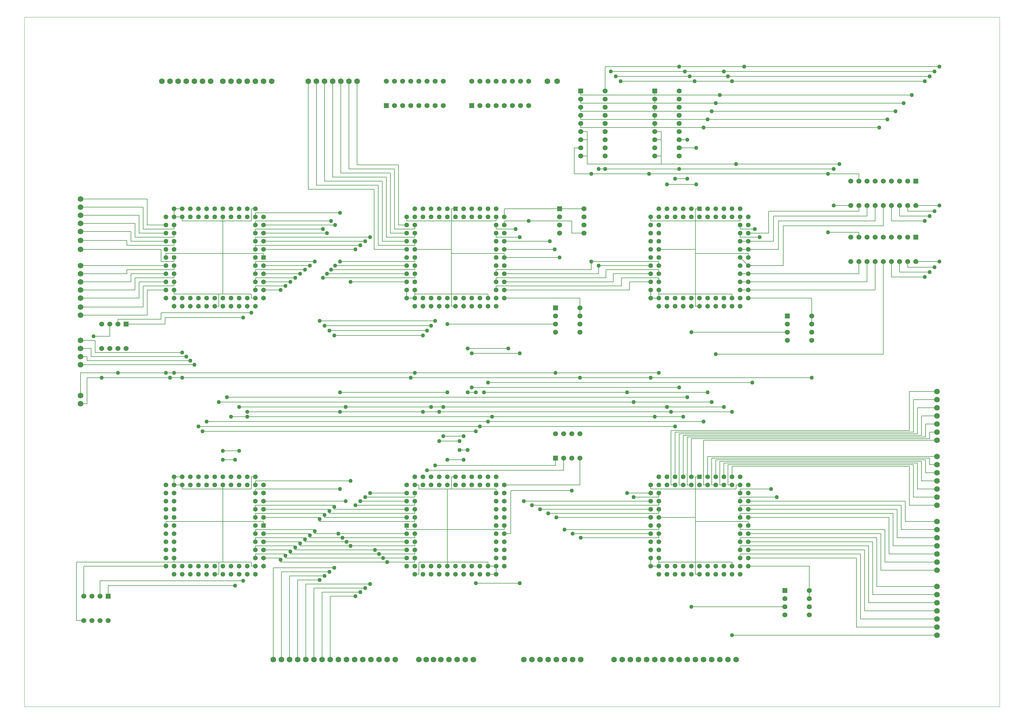
<source format=gbl>
*%FSLAX23Y23*%
*%MOIN*%
G01*
%ADD11C,0.040*%
%ADD12C,0.005*%
%ADD13C,0.058*%
%ADD14C,0.010*%
%ADD15C,0.008*%
%ADD16C,0.050*%
%ADD17C,0.070*%
%ADD18C,0.062*%
%ADD19C,0.020*%
%ADD20C,0.001*%
%ADD21R,0.058X0.058*%
%ADD22R,0.062X0.062*%
D13*
X2040Y25040D03*
X1940Y25040D03*
X1940Y25140D03*
X1840Y25140D03*
X1840Y25240D03*
X1840Y25340D03*
X1840Y25440D03*
X1940Y25440D03*
X1940Y25340D03*
X1940Y25240D03*
X2040Y25140D03*
X2140Y25140D03*
X2140Y25040D03*
X2240Y25040D03*
X2340Y25040D03*
X2440Y25040D03*
X2440Y25140D03*
X2340Y25140D03*
X2240Y25140D03*
X2540Y25140D03*
X2540Y25040D03*
X2640Y25040D03*
X2740Y25040D03*
X2840Y25040D03*
X2940Y25040D03*
X2940Y25140D03*
X2940Y25240D03*
X2940Y25340D03*
X2940Y25440D03*
X2940Y25540D03*
X2940Y25640D03*
X2940Y25740D03*
X2940Y25840D03*
X2940Y25940D03*
X2940Y26040D03*
X2940Y26140D03*
X2940Y26240D03*
X2840Y26240D03*
X2740Y26240D03*
X2640Y26240D03*
X2540Y26240D03*
X2440Y26240D03*
X2340Y26240D03*
X2240Y26240D03*
X2140Y26240D03*
X2040Y26240D03*
X1940Y26240D03*
X1940Y26140D03*
X1840Y26140D03*
X1840Y26040D03*
X1840Y25940D03*
X1840Y25840D03*
X1840Y25740D03*
X1840Y25640D03*
X1840Y25540D03*
X1940Y25540D03*
X1940Y25640D03*
X1940Y25740D03*
X1940Y25840D03*
X1940Y25940D03*
X1940Y26040D03*
X2040Y26140D03*
X2140Y26140D03*
X2240Y26140D03*
X2340Y26140D03*
X2440Y26140D03*
X2540Y26140D03*
X2640Y26140D03*
X2740Y26140D03*
X2840Y26140D03*
X3040Y26140D03*
X3040Y26040D03*
X3040Y25940D03*
X3040Y25840D03*
X3040Y25740D03*
X3040Y25540D03*
X3040Y25440D03*
X3040Y25340D03*
X3040Y25240D03*
X3040Y25140D03*
X2840Y25140D03*
X2740Y25140D03*
X2640Y25140D03*
X4800Y25140D03*
X4800Y25240D03*
X4800Y25340D03*
X4800Y25440D03*
X4900Y25440D03*
X4900Y25340D03*
X4900Y25240D03*
X4900Y25140D03*
X4900Y25040D03*
X5000Y25040D03*
X5100Y25040D03*
X5200Y25040D03*
X5300Y25040D03*
X5400Y25040D03*
X5400Y25140D03*
X5300Y25140D03*
X5200Y25140D03*
X5100Y25140D03*
X5000Y25140D03*
X4900Y25540D03*
X4800Y25540D03*
X4900Y25640D03*
X4900Y25740D03*
X4800Y25740D03*
X4800Y25840D03*
X4800Y25940D03*
X4900Y25940D03*
X4900Y25840D03*
X4900Y26040D03*
X4800Y26040D03*
X4800Y26140D03*
X4900Y26140D03*
X4900Y26240D03*
X5000Y26240D03*
X5100Y26240D03*
X5200Y26240D03*
X5300Y26240D03*
X5400Y26240D03*
X5400Y26140D03*
X5300Y26140D03*
X5200Y26140D03*
X5100Y26140D03*
X5000Y26140D03*
X5500Y26140D03*
X5500Y26240D03*
X5600Y26240D03*
X5700Y26240D03*
X5800Y26240D03*
X5900Y26240D03*
X5900Y26140D03*
X5800Y26140D03*
X5700Y26140D03*
X5600Y26140D03*
X5900Y26040D03*
X5900Y25940D03*
X5900Y25840D03*
X5900Y25740D03*
X5900Y25640D03*
X5900Y25540D03*
X5900Y25440D03*
X5900Y25340D03*
X5900Y25240D03*
X5900Y25140D03*
X5900Y25040D03*
X5800Y25040D03*
X5700Y25040D03*
X5600Y25040D03*
X5500Y25040D03*
X5500Y25140D03*
X5600Y25140D03*
X5700Y25140D03*
X5800Y25140D03*
X6000Y25140D03*
X6000Y25240D03*
X6000Y25340D03*
X6000Y25440D03*
X6000Y25540D03*
X6000Y25640D03*
X6000Y25740D03*
X6000Y25840D03*
X6000Y25940D03*
X6000Y26040D03*
X6000Y26140D03*
X7800Y26140D03*
X7800Y26040D03*
X7800Y25940D03*
X7800Y25840D03*
X7800Y25740D03*
X7800Y25640D03*
X7800Y25540D03*
X7800Y25440D03*
X7800Y25340D03*
X7800Y25240D03*
X7800Y25140D03*
X7900Y25140D03*
X7900Y25040D03*
X8000Y25040D03*
X8100Y25040D03*
X8200Y25040D03*
X8300Y25040D03*
X8400Y25040D03*
X8400Y25140D03*
X8300Y25140D03*
X8200Y25140D03*
X8100Y25140D03*
X8000Y25140D03*
X7900Y25240D03*
X7900Y25340D03*
X7900Y25440D03*
X7900Y25540D03*
X7900Y25640D03*
X7900Y25740D03*
X7900Y25840D03*
X7900Y25940D03*
X7900Y26040D03*
X7900Y26140D03*
X7900Y26240D03*
X8000Y26240D03*
X8100Y26240D03*
X8200Y26240D03*
X8300Y26240D03*
X8300Y26140D03*
X8400Y26140D03*
X8500Y26140D03*
X8500Y26240D03*
X8600Y26240D03*
X8700Y26240D03*
X8800Y26240D03*
X8900Y26240D03*
X8900Y26140D03*
X8800Y26140D03*
X8700Y26140D03*
X8600Y26140D03*
X8900Y26040D03*
X8900Y25940D03*
X8900Y25840D03*
X8900Y25740D03*
X8900Y25640D03*
X8900Y25540D03*
X9000Y25540D03*
X9000Y25440D03*
X8900Y25440D03*
X8900Y25340D03*
X8900Y25240D03*
X8900Y25140D03*
X8900Y25040D03*
X8800Y25040D03*
X8700Y25040D03*
X8600Y25040D03*
X8500Y25040D03*
X8500Y25140D03*
X8600Y25140D03*
X8700Y25140D03*
X8800Y25140D03*
X9000Y25140D03*
X9000Y25240D03*
X9000Y25340D03*
X9000Y25640D03*
X9000Y25740D03*
X9000Y25840D03*
X9000Y25940D03*
X9000Y26040D03*
X9000Y26140D03*
X8200Y26140D03*
X8100Y26140D03*
X8000Y26140D03*
X9000Y28440D03*
X8900Y28440D03*
X8900Y28340D03*
X8800Y28340D03*
X8700Y28340D03*
X8600Y28340D03*
X8500Y28340D03*
X8400Y28340D03*
X8300Y28340D03*
X8200Y28340D03*
X8100Y28340D03*
X8000Y28340D03*
X7900Y28340D03*
X7900Y28440D03*
X7800Y28440D03*
X7800Y28540D03*
X7800Y28640D03*
X7800Y28740D03*
X7800Y28840D03*
X7800Y28940D03*
X7900Y28940D03*
X7900Y28840D03*
X7900Y28740D03*
X7900Y28640D03*
X7900Y28540D03*
X7900Y29040D03*
X7800Y29040D03*
X7800Y29140D03*
X7800Y29240D03*
X7800Y29340D03*
X7800Y29440D03*
X7900Y29440D03*
X7900Y29340D03*
X7900Y29240D03*
X7900Y29140D03*
X8000Y29440D03*
X8100Y29440D03*
X8200Y29440D03*
X8300Y29440D03*
X8400Y29440D03*
X8500Y29440D03*
X8600Y29440D03*
X8700Y29440D03*
X8800Y29440D03*
X8900Y29440D03*
X8900Y29340D03*
X8900Y29240D03*
X8900Y29140D03*
X8900Y29040D03*
X9000Y29040D03*
X9000Y28940D03*
X8900Y28940D03*
X8900Y28840D03*
X8900Y28740D03*
X8900Y28640D03*
X8900Y28540D03*
X9000Y28540D03*
X9000Y28640D03*
X9000Y28740D03*
X9000Y28840D03*
X8800Y28440D03*
X8700Y28440D03*
X8600Y28440D03*
X8500Y28440D03*
X8400Y28440D03*
X8300Y28440D03*
X8200Y28440D03*
X8100Y28440D03*
X8000Y28440D03*
X9000Y29140D03*
X9000Y29240D03*
X9000Y29340D03*
X9000Y29440D03*
X8900Y29540D03*
X8800Y29540D03*
X8700Y29540D03*
X8600Y29540D03*
X8500Y29540D03*
X8300Y29540D03*
X8200Y29540D03*
X8100Y29540D03*
X8000Y29540D03*
X7900Y29540D03*
X6000Y29440D03*
X5900Y29440D03*
X5800Y29440D03*
X5700Y29440D03*
X5600Y29440D03*
X5500Y29440D03*
X5400Y29440D03*
X5300Y29440D03*
X5200Y29440D03*
X5100Y29440D03*
X5000Y29440D03*
X4900Y29440D03*
X4800Y29440D03*
X4800Y29340D03*
X4800Y29240D03*
X4800Y29140D03*
X4800Y29040D03*
X4800Y28940D03*
X4800Y28840D03*
X4800Y28740D03*
X4800Y28640D03*
X4800Y28540D03*
X4800Y28440D03*
X4900Y28440D03*
X4900Y28340D03*
X5000Y28340D03*
X5100Y28340D03*
X5200Y28340D03*
X5300Y28340D03*
X5400Y28340D03*
X5400Y28440D03*
X5300Y28440D03*
X5200Y28440D03*
X5100Y28440D03*
X5000Y28440D03*
X4900Y28540D03*
X4900Y28640D03*
X4900Y28740D03*
X4900Y28840D03*
X4900Y28940D03*
X4900Y29040D03*
X4900Y29140D03*
X4900Y29240D03*
X4900Y29340D03*
X4900Y29540D03*
X5000Y29540D03*
X5100Y29540D03*
X5200Y29540D03*
X5300Y29540D03*
X5500Y29540D03*
X5600Y29540D03*
X5700Y29540D03*
X5800Y29540D03*
X5900Y29540D03*
X5900Y29340D03*
X5900Y29240D03*
X5900Y29140D03*
X5900Y29040D03*
X5900Y28940D03*
X5900Y28840D03*
X5900Y28740D03*
X5900Y28640D03*
X5900Y28540D03*
X5900Y28440D03*
X5900Y28340D03*
X5800Y28340D03*
X5700Y28340D03*
X5600Y28340D03*
X5500Y28340D03*
X5500Y28440D03*
X5600Y28440D03*
X5700Y28440D03*
X5800Y28440D03*
X6000Y28440D03*
X6000Y28540D03*
X6000Y28640D03*
X6000Y28740D03*
X6000Y28840D03*
X6000Y28940D03*
X6000Y29040D03*
X6000Y29140D03*
X6000Y29240D03*
X6000Y29340D03*
X3040Y29340D03*
X2940Y29340D03*
X2940Y29440D03*
X2840Y29440D03*
X2740Y29440D03*
X2640Y29440D03*
X2540Y29440D03*
X2440Y29440D03*
X2340Y29440D03*
X2240Y29440D03*
X2140Y29440D03*
X2040Y29440D03*
X1940Y29440D03*
X1840Y29440D03*
X1840Y29340D03*
X1840Y29240D03*
X1840Y29140D03*
X1840Y29040D03*
X1840Y28940D03*
X1840Y28840D03*
X1840Y28740D03*
X1840Y28640D03*
X1840Y28540D03*
X1840Y28440D03*
X1940Y28440D03*
X1940Y28340D03*
X2040Y28340D03*
X2140Y28340D03*
X2240Y28340D03*
X2340Y28340D03*
X2440Y28340D03*
X2440Y28440D03*
X2340Y28440D03*
X2240Y28440D03*
X2140Y28440D03*
X2040Y28440D03*
X1940Y28540D03*
X1940Y28640D03*
X1940Y28740D03*
X1940Y28840D03*
X1940Y28940D03*
X1940Y29040D03*
X1940Y29140D03*
X1940Y29240D03*
X1940Y29340D03*
X1940Y29540D03*
X2040Y29540D03*
X2140Y29540D03*
X2240Y29540D03*
X2340Y29540D03*
X2440Y29540D03*
X2540Y29540D03*
X2640Y29540D03*
X2740Y29540D03*
X2840Y29540D03*
X2940Y29540D03*
X3040Y29440D03*
X3040Y29240D03*
X2940Y29240D03*
X2940Y29140D03*
X2940Y29040D03*
X2940Y28940D03*
X2940Y28840D03*
X2940Y28740D03*
X2940Y28640D03*
X2940Y28540D03*
X2940Y28440D03*
X2940Y28340D03*
X2840Y28340D03*
X2740Y28340D03*
X2640Y28340D03*
X2540Y28340D03*
X2540Y28440D03*
X2640Y28440D03*
X2740Y28440D03*
X2840Y28440D03*
X3040Y28440D03*
X3040Y28540D03*
X3040Y28640D03*
X3040Y28740D03*
X3040Y28840D03*
X3040Y29040D03*
X3040Y29140D03*
D15*
X3040Y29140D01*
X4290Y29140D01*
X4350Y29190D02*
X4350Y29190D01*
X2940Y29190D01*
X2940Y29190D02*
X2940Y29190D01*
X2940Y29140D01*
X2940Y29090D02*
X2940Y29090D01*
X4230Y29090D01*
X4170Y29040D02*
X4170Y29040D01*
X3040Y29040D01*
X3040Y28990D02*
X3040Y28990D01*
X3040Y28940D01*
X3040Y28990D02*
X3040Y28990D01*
X1840Y28990D01*
X1840Y28990D02*
X1840Y28990D01*
X1840Y28940D01*
X1780Y28890D02*
X1780Y28890D01*
X1780Y29040D01*
X1780Y29040D02*
X1780Y29040D01*
X790Y29040D01*
X790Y29150D02*
X790Y29150D01*
X1360Y29150D01*
X1360Y29150D02*
X1360Y29150D01*
X1360Y29090D01*
X1360Y29090D02*
X1360Y29090D01*
X1940Y29090D01*
X1940Y29090D02*
X1940Y29090D01*
X1940Y29140D01*
X1940Y29190D02*
X1940Y29190D01*
X1460Y29190D01*
X1460Y29190D02*
X1460Y29190D01*
X1460Y29360D01*
X1460Y29360D02*
X1460Y29360D01*
X790Y29360D01*
X790Y29460D02*
X790Y29460D01*
X1510Y29460D01*
X1510Y29460D02*
X1510Y29460D01*
X1510Y29240D01*
X1510Y29240D02*
X1510Y29240D01*
X1840Y29240D01*
X1840Y29140D02*
X1840Y29140D01*
X1410Y29140D01*
X1410Y29140D02*
X1410Y29140D01*
X1410Y29260D01*
X1410Y29260D02*
X1410Y29260D01*
X790Y29260D01*
X790Y29560D02*
X790Y29560D01*
X1560Y29560D01*
X1560Y29560D02*
X1560Y29560D01*
X1560Y29290D01*
X1560Y29290D02*
X1560Y29290D01*
X1940Y29290D01*
X1940Y29290D02*
X1940Y29290D01*
X1940Y29340D01*
X1840Y29340D02*
X1840Y29340D01*
X1610Y29340D01*
X1610Y29340D02*
X1610Y29340D01*
X1610Y29660D01*
X1610Y29660D02*
X1610Y29660D01*
X790Y29660D01*
X1940Y29540D02*
X1940Y29540D01*
X2040Y29540D01*
X1940Y29540D02*
X1940Y29540D01*
X1940Y29440D01*
X1940Y29440D02*
X1940Y29440D01*
X2040Y29440D01*
X2040Y29440D02*
X2040Y29440D01*
X2040Y29390D01*
X2040Y29390D02*
X2040Y29390D01*
X2890Y29390D01*
X2890Y29390D02*
X2890Y29390D01*
X2890Y29540D01*
X2890Y29540D02*
X2890Y29540D01*
X2940Y29540D01*
X2940Y29490D02*
X2940Y29490D01*
X3980Y29490D01*
X3870Y29390D02*
X3870Y29390D01*
X2940Y29390D01*
X2940Y29390D02*
X2940Y29390D01*
X2940Y29340D01*
X2940Y29290D02*
X2940Y29290D01*
X3770Y29290D01*
X3820Y29240D02*
X3820Y29240D01*
X3040Y29240D01*
X2940Y29240D02*
X2940Y29240D01*
X2940Y29290D01*
X3040Y29340D02*
X3040Y29340D01*
X3920Y29340D01*
X3980Y28890D02*
X3980Y28890D01*
X4900Y28890D01*
X4900Y28890D02*
X4900Y28890D01*
X4900Y28940D01*
X4900Y28840D02*
X4900Y28840D01*
X4900Y28790D01*
X4900Y28790D02*
X4900Y28790D01*
X3870Y28790D01*
X3820Y28740D02*
X3820Y28740D01*
X4800Y28740D01*
X4800Y28640D02*
X4800Y28640D01*
X4110Y28640D01*
X3920Y28840D02*
X3920Y28840D01*
X4800Y28840D01*
X4900Y28740D02*
X4900Y28740D01*
X4900Y28690D01*
X4900Y28690D02*
X4900Y28690D01*
X3770Y28690D01*
X3610Y28840D02*
X3610Y28840D01*
X3040Y28840D01*
X2940Y28840D02*
X2940Y28840D01*
X2940Y28890D01*
X2940Y28890D02*
X2940Y28890D01*
X3670Y28890D01*
X3550Y28790D02*
X3550Y28790D01*
X2940Y28790D01*
X2940Y28790D02*
X2940Y28790D01*
X2940Y28740D01*
X2940Y28690D02*
X2940Y28690D01*
X2940Y28640D01*
X2940Y28590D02*
X2940Y28590D01*
X3310Y28590D01*
X3250Y28540D02*
X3250Y28540D01*
X3040Y28540D01*
X2940Y28540D02*
X2940Y28540D01*
X2940Y28590D01*
X2940Y28690D02*
X2940Y28690D01*
X3430Y28690D01*
X3370Y28640D02*
X3370Y28640D01*
X3040Y28640D01*
X3040Y28740D02*
X3040Y28740D01*
X3490Y28740D01*
X2940Y28440D02*
X2940Y28440D01*
X2890Y28440D01*
X2890Y28440D02*
X2890Y28440D01*
X2890Y28490D01*
X2890Y28490D02*
X2890Y28490D01*
X2490Y28490D01*
X2490Y28490D02*
X2490Y28490D01*
X1940Y28490D01*
X1940Y28490D02*
X1940Y28490D01*
X1940Y28540D01*
X1940Y28590D02*
X1940Y28590D01*
X1940Y28640D01*
X1940Y28690D02*
X1940Y28690D01*
X1460Y28690D01*
X1460Y28690D02*
X1460Y28690D01*
X1460Y28540D01*
X1460Y28540D02*
X1460Y28540D01*
X790Y28540D01*
X790Y28440D02*
X790Y28440D01*
X1510Y28440D01*
X1510Y28440D02*
X1510Y28440D01*
X1510Y28640D01*
X1510Y28640D02*
X1510Y28640D01*
X1840Y28640D01*
X1840Y28740D02*
X1840Y28740D01*
X1410Y28740D01*
X1410Y28740D02*
X1410Y28740D01*
X1410Y28640D01*
X1410Y28640D02*
X1410Y28640D01*
X790Y28640D01*
X790Y28740D02*
X790Y28740D01*
X1360Y28740D01*
X1360Y28740D02*
X1360Y28740D01*
X1360Y28790D01*
X1360Y28790D02*
X1360Y28790D01*
X1940Y28790D01*
X1940Y28790D02*
X1940Y28790D01*
X1940Y28840D01*
X1940Y28890D02*
X1940Y28890D01*
X1940Y28940D01*
X1940Y28890D02*
X1940Y28890D01*
X1780Y28890D01*
X1840Y28840D02*
X1840Y28840D01*
X790Y28840D01*
X790Y28330D02*
X790Y28330D01*
X1560Y28330D01*
X1560Y28330D02*
X1560Y28330D01*
X1560Y28590D01*
X1560Y28590D02*
X1560Y28590D01*
X1940Y28590D01*
X1940Y28690D02*
X1940Y28690D01*
X1940Y28740D01*
X1840Y28540D02*
X1840Y28540D01*
X1610Y28540D01*
X1610Y28540D02*
X1610Y28540D01*
X1610Y28230D01*
X1610Y28230D02*
X1610Y28230D01*
X790Y28230D01*
X950Y27970D02*
X950Y27970D01*
X1150Y27970D01*
X1150Y27970D02*
X1150Y27970D01*
X1150Y28120D01*
X1250Y28120D02*
X1250Y28120D01*
X1250Y28180D01*
X1250Y28180D02*
X1250Y28180D01*
X1780Y28180D01*
X1780Y28180D02*
X1780Y28180D01*
X1780Y28260D01*
X1780Y28260D02*
X1780Y28260D01*
X2890Y28260D01*
X2790Y28200D02*
X2790Y28200D01*
X1830Y28200D01*
X1830Y28200D02*
X1830Y28200D01*
X1830Y28120D01*
X1830Y28120D02*
X1830Y28120D01*
X1350Y28120D01*
X970Y27920D02*
X970Y27920D01*
X790Y27920D01*
X790Y27820D02*
X790Y27820D01*
X920Y27820D01*
X920Y27820D02*
X920Y27820D01*
X920Y27720D01*
X920Y27720D02*
X920Y27720D01*
X2090Y27720D01*
X2140Y27670D02*
X2140Y27670D01*
X870Y27670D01*
X870Y27670D02*
X870Y27670D01*
X870Y27720D01*
X870Y27720D02*
X870Y27720D01*
X790Y27720D01*
X790Y27620D02*
X790Y27620D01*
X2190Y27620D01*
X2040Y27770D02*
X2040Y27770D01*
X970Y27770D01*
X970Y27770D02*
X970Y27770D01*
X970Y27920D01*
X790Y27520D02*
X790Y27520D01*
X790Y27240D01*
X790Y27140D02*
X790Y27140D01*
X870Y27140D01*
X870Y27140D02*
X870Y27140D01*
X870Y27460D01*
X870Y27460D02*
X870Y27460D01*
X2940Y27460D01*
X2940Y27460D02*
X2940Y27460D01*
X7800Y27460D01*
X7800Y27460D02*
X7800Y27460D01*
X9780Y27460D01*
X9050Y27400D02*
X9050Y27400D01*
X5800Y27400D01*
X5750Y27280D02*
X5750Y27280D01*
X8500Y27280D01*
X8550Y27160D02*
X8550Y27160D01*
X2490Y27160D01*
X2590Y27220D02*
X2590Y27220D01*
X8250Y27220D01*
X8150Y27340D02*
X8150Y27340D01*
X5600Y27340D01*
X5550Y27280D02*
X5550Y27280D01*
X5650Y27280D01*
X5300Y27280D02*
X5300Y27280D01*
X3980Y27280D01*
X3910Y27980D02*
X3910Y27980D01*
X5000Y27980D01*
X5050Y28040D02*
X5050Y28040D01*
X3850Y28040D01*
X3790Y28100D02*
X3790Y28100D01*
X5100Y28100D01*
X5150Y28160D02*
X5150Y28160D01*
X3730Y28160D01*
X4400Y29040D02*
X4400Y29040D01*
X4800Y29040D01*
X4900Y29040D02*
X4900Y29040D01*
X5350Y29040D01*
X5350Y28990D02*
X5350Y28990D01*
X6000Y28990D01*
X6000Y28990D02*
X6000Y28990D01*
X6000Y28940D01*
X6000Y28940D02*
X6000Y28940D01*
X6680Y28940D01*
X6620Y29040D02*
X6620Y29040D01*
X6000Y29040D01*
X6000Y29140D02*
X6000Y29140D01*
X6560Y29140D01*
X6830Y29240D02*
X6830Y29240D01*
X6980Y29240D01*
X6830Y29240D02*
X6830Y29240D01*
X6830Y29390D01*
X6830Y29390D02*
X6830Y29390D01*
X6300Y29390D01*
X6300Y29390D02*
X6300Y29390D01*
X6000Y29390D01*
X6000Y29390D02*
X6000Y29390D01*
X6000Y29340D01*
X5900Y29340D02*
X5900Y29340D01*
X5900Y29290D01*
X5900Y29290D02*
X5900Y29290D01*
X6140Y29290D01*
X6190Y29190D02*
X6190Y29190D01*
X5900Y29190D01*
X5900Y29190D02*
X5900Y29190D01*
X5900Y29240D01*
X5900Y29390D02*
X5900Y29390D01*
X4800Y29390D01*
X4800Y29390D02*
X4800Y29390D01*
X4800Y29440D01*
X4800Y29340D02*
X4800Y29340D01*
X4700Y29340D01*
X4700Y29340D02*
X4700Y29340D01*
X4700Y30080D01*
X4700Y30080D02*
X4700Y30080D01*
X4190Y30080D01*
X4190Y30080D02*
X4190Y30080D01*
X4190Y31110D01*
X4090Y31110D02*
X4090Y31110D01*
X4090Y30030D01*
X4090Y30030D02*
X4090Y30030D01*
X4650Y30030D01*
X4650Y30030D02*
X4650Y30030D01*
X4650Y29290D01*
X4650Y29290D02*
X4650Y29290D01*
X4900Y29290D01*
X4900Y29290D02*
X4900Y29290D01*
X4900Y29340D01*
X4900Y29240D02*
X4900Y29240D01*
X4900Y29190D01*
X4900Y29190D02*
X4900Y29190D01*
X4550Y29190D01*
X4550Y29190D02*
X4550Y29190D01*
X4550Y29930D01*
X4550Y29930D02*
X4550Y29930D01*
X3890Y29930D01*
X3890Y29930D02*
X3890Y29930D01*
X3890Y31110D01*
X3990Y31110D02*
X3990Y31110D01*
X3990Y29980D01*
X3990Y29980D02*
X3990Y29980D01*
X4600Y29980D01*
X4600Y29980D02*
X4600Y29980D01*
X4600Y29240D01*
X4600Y29240D02*
X4600Y29240D01*
X4800Y29240D01*
X4800Y29140D02*
X4800Y29140D01*
X4500Y29140D01*
X4500Y29140D02*
X4500Y29140D01*
X4500Y29880D01*
X4500Y29880D02*
X4500Y29880D01*
X3790Y29880D01*
X3790Y29880D02*
X3790Y29880D01*
X3790Y31110D01*
X3690Y31110D02*
X3690Y31110D01*
X3690Y29830D01*
X3690Y29830D02*
X3690Y29830D01*
X4450Y29830D01*
X4450Y29830D02*
X4450Y29830D01*
X4450Y29090D01*
X4450Y29090D02*
X4450Y29090D01*
X4900Y29090D01*
X4900Y29090D02*
X4900Y29090D01*
X4900Y29140D01*
X4400Y29040D02*
X4400Y29040D01*
X4400Y29780D01*
X4400Y29780D02*
X4400Y29780D01*
X3590Y29780D01*
X3590Y29780D02*
X3590Y29780D01*
X3590Y31110D01*
X5350Y29540D02*
X5350Y29540D01*
X5350Y28340D01*
X5350Y28340D02*
X5350Y28340D01*
X5400Y28340D01*
X5300Y28120D02*
X5300Y28120D01*
X6630Y28120D01*
X6930Y28220D02*
X6930Y28220D01*
X6930Y28440D01*
X6930Y28440D02*
X6930Y28440D01*
X6000Y28440D01*
X6000Y28540D02*
X6000Y28540D01*
X7540Y28540D01*
X7540Y28540D02*
X7540Y28540D01*
X7540Y28640D01*
X7540Y28640D02*
X7540Y28640D01*
X7800Y28640D01*
X7800Y28740D02*
X7800Y28740D01*
X7340Y28740D01*
X7340Y28740D02*
X7340Y28740D01*
X7340Y28640D01*
X7340Y28640D02*
X7340Y28640D01*
X6000Y28640D01*
X5900Y28640D02*
X5900Y28640D01*
X5900Y28690D01*
X5900Y28690D02*
X5900Y28690D01*
X7250Y28690D01*
X7250Y28690D02*
X7250Y28690D01*
X7250Y28790D01*
X7250Y28790D02*
X7250Y28790D01*
X7900Y28790D01*
X7900Y28790D02*
X7900Y28790D01*
X7900Y28740D01*
X7900Y28690D02*
X7900Y28690D01*
X7440Y28690D01*
X7440Y28690D02*
X7440Y28690D01*
X7440Y28590D01*
X7440Y28590D02*
X7440Y28590D01*
X5900Y28590D01*
X5900Y28590D02*
X5900Y28590D01*
X5900Y28540D01*
X5800Y28490D02*
X5800Y28490D01*
X4900Y28490D01*
X4900Y28490D02*
X4900Y28490D01*
X4900Y28540D01*
X4900Y28490D02*
X4900Y28490D01*
X4900Y28440D01*
X4900Y28440D02*
X4900Y28440D01*
X4800Y28440D01*
X4800Y28440D02*
X4800Y28440D01*
X4800Y28540D01*
X5350Y29540D02*
X5350Y29540D01*
X5400Y29540D01*
X5900Y29440D02*
X5900Y29440D01*
X5900Y29390D01*
X6000Y29440D02*
X6000Y29440D01*
X6000Y29540D01*
X6000Y29540D02*
X6000Y29540D01*
X6980Y29540D01*
X6860Y29970D02*
X6860Y29970D01*
X9980Y29970D01*
X9980Y29970D02*
X9980Y29970D01*
X10360Y29970D01*
X10360Y29970D02*
X10360Y29970D01*
X10360Y29880D01*
X10360Y29580D02*
X10360Y29580D01*
X10360Y29510D01*
X10360Y29510D02*
X10360Y29510D01*
X9250Y29510D01*
X9250Y29510D02*
X9250Y29510D01*
X9250Y29240D01*
X9250Y29240D02*
X9250Y29240D01*
X9000Y29240D01*
X9080Y29290D02*
X9080Y29290D01*
X8900Y29290D01*
X8900Y29290D02*
X8900Y29290D01*
X8900Y29340D01*
X8900Y29390D02*
X8900Y29390D01*
X7800Y29390D01*
X7800Y29390D02*
X7800Y29390D01*
X7800Y29440D01*
X7900Y29040D02*
X7900Y29040D01*
X8350Y29040D01*
X8350Y28990D02*
X8350Y28990D01*
X9000Y28990D01*
X9000Y28990D02*
X9000Y28990D01*
X9000Y28940D01*
X8900Y28940D02*
X8900Y28940D01*
X9000Y28840D01*
X9000Y28840D02*
X9000Y28840D01*
X9430Y28840D01*
X9430Y28840D02*
X9430Y28840D01*
X9430Y29330D01*
X9430Y29330D02*
X9430Y29330D01*
X10660Y29330D01*
X10660Y29330D02*
X10660Y29330D01*
X10660Y29580D01*
X10760Y29580D02*
X10760Y29580D01*
X10760Y29390D01*
X10760Y29390D02*
X10760Y29390D01*
X11170Y29390D01*
X11230Y29450D02*
X11230Y29450D01*
X10860Y29450D01*
X10860Y29450D02*
X10860Y29450D01*
X10860Y29580D01*
X10960Y29580D02*
X10960Y29580D01*
X10960Y29510D01*
X10960Y29510D02*
X10960Y29510D01*
X11290Y29510D01*
X11350Y29580D02*
X11350Y29580D01*
X11060Y29580D01*
X10560Y29580D02*
X10560Y29580D01*
X10560Y29390D01*
X10560Y29390D02*
X10560Y29390D01*
X9370Y29390D01*
X9370Y29390D02*
X9370Y29390D01*
X9370Y29040D01*
X9370Y29040D02*
X9370Y29040D01*
X8900Y29040D01*
X8900Y29140D02*
X8900Y29140D01*
X9310Y29140D01*
X9310Y29140D02*
X9310Y29140D01*
X9310Y29450D01*
X9310Y29450D02*
X9310Y29450D01*
X10460Y29450D01*
X10460Y29450D02*
X10460Y29450D01*
X10460Y29580D01*
X10260Y29580D02*
X10260Y29580D01*
X10050Y29580D01*
X9980Y29250D02*
X9980Y29250D01*
X10360Y29250D01*
X10360Y29250D02*
X10360Y29250D01*
X10360Y29190D01*
X10360Y28890D02*
X10360Y28890D01*
X10360Y28740D01*
X10360Y28740D02*
X10360Y28740D01*
X8900Y28740D01*
X8900Y28640D02*
X8900Y28640D01*
X10460Y28640D01*
X10460Y28640D02*
X10460Y28640D01*
X10460Y28890D01*
X10560Y28890D02*
X10560Y28890D01*
X10560Y28540D01*
X10560Y28540D02*
X10560Y28540D01*
X8900Y28540D01*
X8800Y28490D02*
X8800Y28490D01*
X7900Y28490D01*
X7900Y28490D02*
X7900Y28490D01*
X7900Y28440D01*
X7900Y28440D02*
X7900Y28440D01*
X7800Y28440D01*
X7800Y28440D02*
X7800Y28440D01*
X7800Y28540D01*
X7900Y28540D02*
X7900Y28540D01*
X7900Y28490D01*
X7900Y28640D02*
X7900Y28640D01*
X7900Y28690D01*
X7900Y28840D02*
X7900Y28840D01*
X7900Y28890D01*
X7900Y28890D02*
X7900Y28890D01*
X7070Y28890D01*
X7070Y28890D02*
X7070Y28890D01*
X7070Y28790D01*
X7070Y28790D02*
X7070Y28790D01*
X5900Y28790D01*
X5900Y28790D02*
X5900Y28790D01*
X5900Y28740D01*
X6000Y28740D02*
X6000Y28740D01*
X7160Y28740D01*
X7160Y28740D02*
X7160Y28740D01*
X7160Y28840D01*
X7160Y28840D02*
X7160Y28840D01*
X7800Y28840D01*
X8350Y28340D02*
X8350Y28340D01*
X8350Y29540D01*
X8350Y29540D02*
X8350Y29540D01*
X8400Y29540D01*
X8360Y29840D02*
X8360Y29840D01*
X8000Y29840D01*
X8100Y29910D02*
X8100Y29910D01*
X8250Y29910D01*
X7930Y30090D02*
X7930Y30090D01*
X7930Y30490D01*
X7930Y30490D02*
X7930Y30490D01*
X7850Y30490D01*
X7850Y30540D02*
X7850Y30540D01*
X7850Y30590D01*
X7850Y30640D02*
X7850Y30640D01*
X7850Y30690D01*
X7850Y30740D02*
X7850Y30740D01*
X7850Y30790D01*
X7850Y30840D02*
X7850Y30840D01*
X7850Y30890D01*
X7850Y30940D02*
X7850Y30940D01*
X7850Y30990D01*
X7430Y31110D02*
X7430Y31110D01*
X8340Y31110D01*
X8340Y31110D02*
X8340Y31110D01*
X11170Y31110D01*
X11230Y31170D02*
X11230Y31170D01*
X8280Y31170D01*
X8280Y31170D02*
X8280Y31170D01*
X7370Y31170D01*
X7310Y31230D02*
X7310Y31230D01*
X8220Y31230D01*
X8220Y31230D02*
X8220Y31230D01*
X11290Y31230D01*
X11350Y31290D02*
X11350Y31290D01*
X7240Y31290D01*
X7240Y31290D02*
X7240Y31290D01*
X7240Y30990D01*
X6940Y30990D02*
X6940Y30990D01*
X6940Y30940D01*
X6940Y30940D02*
X6940Y30940D01*
X8650Y30940D01*
X8650Y30940D02*
X8650Y30940D01*
X11010Y30940D01*
X10910Y30840D02*
X10910Y30840D01*
X8600Y30840D01*
X8600Y30840D02*
X8600Y30840D01*
X6940Y30840D01*
X6940Y30840D02*
X6940Y30840D01*
X6940Y30890D01*
X6940Y30790D02*
X6940Y30790D01*
X6940Y30740D01*
X6940Y30740D02*
X6940Y30740D01*
X8550Y30740D01*
X8550Y30740D02*
X8550Y30740D01*
X10810Y30740D01*
X10710Y30640D02*
X10710Y30640D01*
X8500Y30640D01*
X8500Y30640D02*
X8500Y30640D01*
X6940Y30640D01*
X6940Y30640D02*
X6940Y30640D01*
X6940Y30690D01*
X6940Y30590D02*
X6940Y30590D01*
X6940Y30540D01*
X6940Y30540D02*
X6940Y30540D01*
X8450Y30540D01*
X8450Y30540D02*
X8450Y30540D01*
X10610Y30540D01*
X10120Y30090D02*
X10120Y30090D01*
X7020Y30090D01*
X7020Y30090D02*
X7020Y30090D01*
X7020Y30490D01*
X7020Y30490D02*
X7020Y30490D01*
X6940Y30490D01*
X6940Y30390D02*
X6940Y30390D01*
X7020Y30390D01*
X6940Y30290D02*
X6940Y30290D01*
X6860Y30290D01*
X6860Y30290D02*
X6860Y30290D01*
X6860Y29970D01*
X6940Y30190D02*
X6940Y30190D01*
X7020Y30190D01*
X7160Y30030D02*
X7160Y30030D01*
X7240Y30030D01*
X7240Y30030D02*
X7240Y30030D01*
X10050Y30030D01*
X9140Y29190D02*
X9140Y29190D01*
X8900Y29190D01*
X8900Y29190D02*
X8900Y29190D01*
X8900Y29240D01*
X8900Y29390D02*
X8900Y29390D01*
X8900Y29440D01*
X8800Y28490D02*
X8800Y28490D01*
X8800Y28440D01*
X9000Y28440D02*
X9000Y28440D01*
X9780Y28440D01*
X9780Y28440D02*
X9780Y28440D01*
X9780Y28120D01*
X9480Y28020D02*
X9480Y28020D01*
X8300Y28020D01*
X8350Y28340D02*
X8350Y28340D01*
X8400Y28340D01*
X8600Y27750D02*
X8600Y27750D01*
X10660Y27750D01*
X10660Y27750D02*
X10660Y27750D01*
X10660Y28890D01*
X10760Y28890D02*
X10760Y28890D01*
X10760Y28700D01*
X10760Y28700D02*
X10760Y28700D01*
X11170Y28700D01*
X11230Y28760D02*
X11230Y28760D01*
X10860Y28760D01*
X10860Y28760D02*
X10860Y28760D01*
X10860Y28890D01*
X10960Y28890D02*
X10960Y28890D01*
X10960Y28820D01*
X10960Y28820D02*
X10960Y28820D01*
X11290Y28820D01*
X11350Y28890D02*
X11350Y28890D01*
X11060Y28890D01*
X10980Y27290D02*
X10980Y27290D01*
X11320Y27290D01*
X11320Y27190D02*
X11320Y27190D01*
X11030Y27190D01*
X11030Y27190D02*
X11030Y27190D01*
X11030Y26790D01*
X11030Y26790D02*
X11030Y26790D01*
X8100Y26790D01*
X8100Y26790D02*
X8100Y26790D01*
X8100Y26240D01*
X8100Y26140D02*
X8100Y26140D01*
X8050Y26140D01*
X8050Y26140D02*
X8050Y26140D01*
X8050Y26810D01*
X8050Y26810D02*
X8050Y26810D01*
X10980Y26810D01*
X10980Y26810D02*
X10980Y26810D01*
X10980Y27290D01*
X11080Y27090D02*
X11080Y27090D01*
X11080Y26770D01*
X11080Y26770D02*
X11080Y26770D01*
X8150Y26770D01*
X8150Y26770D02*
X8150Y26770D01*
X8150Y26140D01*
X8150Y26140D02*
X8150Y26140D01*
X8200Y26140D01*
X8250Y26140D02*
X8250Y26140D01*
X8300Y26140D01*
X8250Y26140D02*
X8250Y26140D01*
X8250Y26730D01*
X8250Y26730D02*
X8250Y26730D01*
X11180Y26730D01*
X11180Y26730D02*
X11180Y26730D01*
X11180Y26890D01*
X11180Y26890D02*
X11180Y26890D01*
X11320Y26890D01*
X11320Y26990D02*
X11320Y26990D01*
X11130Y26990D01*
X11130Y26990D02*
X11130Y26990D01*
X11130Y26750D01*
X11130Y26750D02*
X11130Y26750D01*
X8200Y26750D01*
X8200Y26750D02*
X8200Y26750D01*
X8200Y26240D01*
X8300Y26240D02*
X8300Y26240D01*
X8300Y26710D01*
X8300Y26710D02*
X8300Y26710D01*
X11230Y26710D01*
X11230Y26710D02*
X11230Y26710D01*
X11230Y26790D01*
X11230Y26790D02*
X11230Y26790D01*
X11320Y26790D01*
X11320Y26690D02*
X11320Y26690D01*
X8450Y26690D01*
X8450Y26690D02*
X8450Y26690D01*
X8450Y26140D01*
X8450Y26140D02*
X8450Y26140D01*
X8500Y26140D01*
X8550Y26140D02*
X8550Y26140D01*
X8550Y26470D01*
X8550Y26470D02*
X8550Y26470D01*
X11230Y26470D01*
X11230Y26470D02*
X11230Y26470D01*
X11230Y26390D01*
X11230Y26390D02*
X11230Y26390D01*
X11320Y26390D01*
X11320Y26490D02*
X11320Y26490D01*
X8500Y26490D01*
X8500Y26490D02*
X8500Y26490D01*
X8500Y26240D01*
X8400Y26240D02*
X8400Y26240D01*
X8350Y26240D01*
X8350Y26240D02*
X8350Y26240D01*
X8350Y25040D01*
X8350Y25040D02*
X8350Y25040D01*
X8400Y25040D01*
X8300Y24640D02*
X8300Y24640D01*
X9450Y24640D01*
X9750Y24740D02*
X9750Y24740D01*
X9750Y25140D01*
X9750Y25140D02*
X9750Y25140D01*
X9000Y25140D01*
X9000Y25240D02*
X9000Y25240D01*
X10330Y25240D01*
X10330Y25240D02*
X10330Y25240D01*
X10330Y24390D01*
X10330Y24390D02*
X10330Y24390D01*
X11320Y24390D01*
X11320Y24290D02*
X11320Y24290D01*
X8800Y24290D01*
X8800Y25190D02*
X8800Y25190D01*
X7900Y25190D01*
X7900Y25190D02*
X7900Y25190D01*
X7900Y25240D01*
X7900Y25190D02*
X7900Y25190D01*
X7900Y25140D01*
X7900Y25140D02*
X7900Y25140D01*
X7800Y25140D01*
X7800Y25140D02*
X7800Y25140D01*
X7800Y25240D01*
X7900Y25490D02*
X7900Y25490D01*
X6940Y25490D01*
X6840Y25540D02*
X6840Y25540D01*
X7800Y25540D01*
X7900Y25540D02*
X7900Y25540D01*
X7900Y25490D01*
X7900Y25590D02*
X7900Y25590D01*
X7900Y25640D01*
X7900Y25590D02*
X7900Y25590D01*
X6740Y25590D01*
X6640Y25740D02*
X6640Y25740D01*
X7800Y25740D01*
X7800Y25840D02*
X7800Y25840D01*
X6440Y25840D01*
X6340Y25890D02*
X6340Y25890D01*
X7900Y25890D01*
X7900Y25890D02*
X7900Y25890D01*
X7900Y25940D01*
X7900Y25990D02*
X7900Y25990D01*
X7590Y25990D01*
X7510Y26040D02*
X7510Y26040D01*
X7800Y26040D01*
X7800Y26090D02*
X7800Y26090D01*
X7800Y26140D01*
X7800Y26090D02*
X7800Y26090D01*
X8850Y26090D01*
X8850Y26090D02*
X8850Y26090D01*
X8850Y26140D01*
X8850Y26140D02*
X8850Y26140D01*
X8900Y26140D01*
X8900Y26090D02*
X8900Y26090D01*
X8900Y26040D01*
X8900Y25990D02*
X8900Y25990D01*
X8900Y25940D01*
X8900Y25890D02*
X8900Y25890D01*
X10880Y25890D01*
X10880Y25890D02*
X10880Y25890D01*
X10880Y25590D01*
X10880Y25590D02*
X10880Y25590D01*
X11320Y25590D01*
X11320Y25490D02*
X11320Y25490D01*
X10830Y25490D01*
X10830Y25490D02*
X10830Y25490D01*
X10830Y25840D01*
X10830Y25840D02*
X10830Y25840D01*
X9000Y25840D01*
X8900Y25840D02*
X8900Y25840D01*
X8900Y25890D01*
X8900Y25790D02*
X8900Y25790D01*
X8900Y25740D01*
X8900Y25790D02*
X8900Y25790D01*
X10780Y25790D01*
X10780Y25790D02*
X10780Y25790D01*
X10780Y25390D01*
X10780Y25390D02*
X10780Y25390D01*
X11320Y25390D01*
X11320Y25290D02*
X11320Y25290D01*
X10730Y25290D01*
X10730Y25290D02*
X10730Y25290D01*
X10730Y25740D01*
X10730Y25740D02*
X10730Y25740D01*
X9000Y25740D01*
X9000Y25690D02*
X9000Y25690D01*
X9000Y25640D01*
X9000Y25690D02*
X9000Y25690D01*
X8350Y25690D01*
X8350Y25740D02*
X8350Y25740D01*
X7900Y25740D01*
X7900Y25790D02*
X7900Y25790D01*
X7900Y25840D01*
X7900Y25790D02*
X7900Y25790D01*
X6540Y25790D01*
X6240Y25940D02*
X6240Y25940D01*
X7800Y25940D01*
X7900Y25990D02*
X7900Y25990D01*
X7900Y26040D01*
X8100Y26860D02*
X8100Y26860D01*
X2240Y26860D01*
X2290Y26800D02*
X2290Y26800D01*
X5650Y26800D01*
X5500Y26740D02*
X5500Y26740D01*
X5250Y26740D01*
X5200Y26680D02*
X5200Y26680D01*
X5450Y26680D01*
X5450Y26570D02*
X5450Y26570D01*
X5550Y26570D01*
X5500Y26450D02*
X5500Y26450D01*
X5300Y26450D01*
X5150Y26380D02*
X5150Y26380D01*
X6630Y26380D01*
X6630Y26380D02*
X6630Y26380D01*
X6630Y26470D01*
X6730Y26470D02*
X6730Y26470D01*
X6730Y26320D01*
X6730Y26320D02*
X6730Y26320D01*
X5050Y26320D01*
X4950Y26140D02*
X4950Y26140D01*
X4900Y26140D01*
X4950Y26140D02*
X4950Y26140D01*
X4950Y26090D01*
X4950Y26090D02*
X4950Y26090D01*
X5300Y26090D01*
X5300Y26090D02*
X5300Y26090D01*
X5300Y25140D01*
X4950Y25190D02*
X4950Y25190D01*
X5800Y25190D01*
X5800Y25190D02*
X5800Y25190D01*
X5800Y25140D01*
X5800Y25140D02*
X5800Y25140D01*
X5900Y25140D01*
X5900Y25140D02*
X5900Y25140D01*
X5900Y25040D01*
X5900Y25040D02*
X5900Y25040D01*
X5800Y25040D01*
X5650Y24930D02*
X5650Y24930D01*
X6190Y24930D01*
X6080Y25540D02*
X6080Y25540D01*
X6080Y26070D01*
X6080Y26070D02*
X6080Y26070D01*
X6830Y26070D01*
X6930Y26140D02*
X6930Y26140D01*
X6000Y26140D01*
X5900Y26090D02*
X5900Y26090D01*
X5300Y26090D01*
X5350Y26090D02*
X5350Y26090D01*
X5350Y26240D01*
X5350Y26240D02*
X5350Y26240D01*
X5400Y26240D01*
X5900Y26090D02*
X5900Y26090D01*
X5900Y26040D01*
X5850Y26980D02*
X5850Y26980D01*
X2840Y26980D01*
X2840Y26980D02*
X2840Y26980D01*
X2640Y26980D01*
X2740Y27100D02*
X2740Y27100D01*
X5100Y27100D01*
X5100Y27100D02*
X5100Y27100D01*
X5250Y27100D01*
X5250Y27100D02*
X5250Y27100D01*
X8700Y27100D01*
X8800Y27040D02*
X8800Y27040D01*
X5200Y27040D01*
X5200Y27040D02*
X5200Y27040D01*
X5000Y27040D01*
X5000Y27040D02*
X5000Y27040D01*
X2840Y27040D01*
X2740Y26560D02*
X2740Y26560D01*
X2540Y26560D01*
X2540Y26450D02*
X2540Y26450D01*
X2690Y26450D01*
X2890Y26240D02*
X2890Y26240D01*
X2940Y26240D01*
X2940Y26190D02*
X2940Y26190D01*
X4110Y26190D01*
X3980Y26090D02*
X3980Y26090D01*
X2940Y26090D01*
X2940Y26090D02*
X2940Y26090D01*
X2940Y26040D01*
X2890Y26090D02*
X2890Y26090D01*
X2040Y26090D01*
X2040Y26090D02*
X2040Y26090D01*
X2040Y26140D01*
X2040Y26140D02*
X2040Y26140D01*
X1940Y26140D01*
X1940Y26140D02*
X1940Y26140D01*
X1940Y26240D01*
X1940Y26240D02*
X1940Y26240D01*
X2040Y26240D01*
X2540Y26140D02*
X2540Y26140D01*
X2540Y25190D01*
X2490Y25190D02*
X2490Y25190D01*
X2490Y25040D01*
X2490Y25040D02*
X2490Y25040D01*
X2440Y25040D01*
X2490Y25190D02*
X2490Y25190D01*
X2890Y25190D01*
X2890Y25190D02*
X2890Y25190D01*
X2890Y25140D01*
X2890Y25140D02*
X2890Y25140D01*
X2940Y25140D01*
X2940Y25240D02*
X2940Y25240D01*
X2940Y25290D01*
X2940Y25290D02*
X2940Y25290D01*
X3310Y25290D01*
X3310Y25290D02*
X3310Y25290D01*
X3310Y25240D01*
X3310Y25240D02*
X3310Y25240D01*
X4510Y25240D01*
X4510Y25240D02*
X4510Y25240D01*
X4800Y25240D01*
X4800Y25340D02*
X4800Y25340D01*
X4410Y25340D01*
X4410Y25340D02*
X4410Y25340D01*
X3430Y25340D01*
X3430Y25340D02*
X3430Y25340D01*
X3430Y25390D01*
X3430Y25390D02*
X3430Y25390D01*
X2940Y25390D01*
X2940Y25390D02*
X2940Y25390D01*
X2940Y25340D01*
X2940Y25440D02*
X2940Y25440D01*
X2940Y25490D01*
X2940Y25490D02*
X2940Y25490D01*
X3550Y25490D01*
X3550Y25490D02*
X3550Y25490D01*
X3550Y25440D01*
X3550Y25440D02*
X3550Y25440D01*
X4060Y25440D01*
X4060Y25440D02*
X4060Y25440D01*
X4800Y25440D01*
X4900Y25440D02*
X4900Y25440D01*
X4900Y25390D01*
X4900Y25390D02*
X4900Y25390D01*
X4110Y25390D01*
X4110Y25390D02*
X4110Y25390D01*
X3490Y25390D01*
X3490Y25390D02*
X3490Y25390D01*
X3490Y25440D01*
X3490Y25440D02*
X3490Y25440D01*
X3040Y25440D01*
X3040Y25340D02*
X3040Y25340D01*
X3370Y25340D01*
X3370Y25340D02*
X3370Y25340D01*
X3370Y25290D01*
X3370Y25290D02*
X3370Y25290D01*
X4460Y25290D01*
X4460Y25290D02*
X4460Y25290D01*
X4900Y25290D01*
X4900Y25290D02*
X4900Y25290D01*
X4900Y25340D01*
X4900Y25240D02*
X4900Y25240D01*
X4900Y25190D01*
X4900Y25190D02*
X4900Y25190D01*
X4560Y25190D01*
X4560Y25190D02*
X4560Y25190D01*
X3250Y25190D01*
X3250Y25190D02*
X3250Y25190D01*
X3250Y25240D01*
X3250Y25240D02*
X3250Y25240D01*
X3040Y25240D01*
X3160Y25120D02*
X3160Y25120D01*
X3160Y23990D01*
X3260Y23990D02*
X3260Y23990D01*
X3260Y25070D01*
X3260Y25070D02*
X3260Y25070D01*
X3850Y25070D01*
X3790Y25020D02*
X3790Y25020D01*
X3360Y25020D01*
X3360Y25020D02*
X3360Y25020D01*
X3360Y23990D01*
X3460Y23990D02*
X3460Y23990D01*
X3460Y24970D01*
X3460Y24970D02*
X3460Y24970D01*
X3730Y24970D01*
X3660Y24870D02*
X3660Y24870D01*
X3660Y23990D01*
X3760Y23990D02*
X3760Y23990D01*
X3760Y24820D01*
X3760Y24820D02*
X3760Y24820D01*
X4230Y24820D01*
X4170Y24770D02*
X4170Y24770D01*
X3860Y24770D01*
X3860Y24770D02*
X3860Y24770D01*
X3860Y23990D01*
X3560Y23990D02*
X3560Y23990D01*
X3560Y24920D01*
X3560Y24920D02*
X3560Y24920D01*
X4350Y24920D01*
X4290Y24870D02*
X4290Y24870D01*
X3660Y24870D01*
X3910Y25120D02*
X3910Y25120D01*
X3160Y25120D01*
X2790Y24960D02*
X2790Y24960D01*
X1030Y24960D01*
X1030Y24960D02*
X1030Y24960D01*
X1030Y24770D01*
X1130Y24770D02*
X1130Y24770D01*
X1130Y24900D01*
X1130Y24900D02*
X1130Y24900D01*
X2690Y24900D01*
X2490Y25190D02*
X2490Y25190D01*
X740Y25190D01*
X740Y25190D02*
X740Y25190D01*
X740Y24470D01*
X740Y24470D02*
X740Y24470D01*
X830Y24470D01*
X830Y24770D02*
X830Y24770D01*
X830Y25140D01*
X830Y25140D02*
X830Y25140D01*
X1840Y25140D01*
X1940Y25190D02*
X1940Y25190D01*
X1940Y25240D01*
X1840Y25640D02*
X1840Y25640D01*
X1840Y25690D01*
X1840Y25690D02*
X1840Y25690D01*
X3040Y25690D01*
X3040Y25690D02*
X3040Y25690D01*
X3040Y25640D01*
X3040Y25540D02*
X3040Y25540D01*
X3610Y25540D01*
X3610Y25540D02*
X3610Y25540D01*
X3610Y25490D01*
X3610Y25490D02*
X3610Y25490D01*
X4900Y25490D01*
X4900Y25490D02*
X4900Y25490D01*
X4900Y25540D01*
X4800Y25540D02*
X4800Y25540D01*
X3960Y25540D01*
X3960Y25540D02*
X3960Y25540D01*
X3670Y25540D01*
X3670Y25540D02*
X3670Y25540D01*
X3670Y25590D01*
X3670Y25590D02*
X3670Y25590D01*
X2940Y25590D01*
X2940Y25590D02*
X2940Y25590D01*
X2940Y25540D01*
X2940Y25740D02*
X2940Y25740D01*
X2940Y25790D01*
X2940Y25790D02*
X2940Y25790D01*
X3790Y25790D01*
X3790Y25790D02*
X3790Y25790D01*
X3790Y25770D01*
X3790Y25770D02*
X3790Y25770D01*
X3790Y25740D01*
X3790Y25740D02*
X3790Y25740D01*
X4800Y25740D01*
X4900Y25740D02*
X4900Y25740D01*
X4900Y25690D01*
X4900Y25690D02*
X4900Y25690D01*
X3730Y25690D01*
X3730Y25690D02*
X3730Y25690D01*
X3730Y25720D01*
X3730Y25720D02*
X3730Y25720D01*
X3730Y25740D01*
X3730Y25740D02*
X3730Y25740D01*
X3040Y25740D01*
X3040Y25840D02*
X3040Y25840D01*
X3850Y25840D01*
X3850Y25840D02*
X3850Y25840D01*
X3850Y25820D01*
X3850Y25820D02*
X3850Y25820D01*
X3850Y25790D01*
X3850Y25790D02*
X3850Y25790D01*
X4900Y25790D01*
X4900Y25790D02*
X4900Y25790D01*
X4900Y25840D01*
X4900Y25890D02*
X4900Y25890D01*
X4170Y25890D01*
X4230Y25940D02*
X4230Y25940D01*
X4800Y25940D01*
X4800Y26040D02*
X4800Y26040D01*
X4350Y26040D01*
X4290Y25990D02*
X4290Y25990D01*
X4900Y25990D01*
X4900Y25990D02*
X4900Y25990D01*
X4900Y26040D01*
X4900Y25940D02*
X4900Y25940D01*
X4900Y25890D01*
X4800Y25840D02*
X4800Y25840D01*
X3910Y25840D01*
X3910Y25840D02*
X3910Y25840D01*
X3910Y25870D01*
X3910Y25870D02*
X3910Y25870D01*
X3910Y25890D01*
X3910Y25890D02*
X3910Y25890D01*
X2940Y25890D01*
X2940Y25890D02*
X2940Y25890D01*
X2940Y25840D01*
X3040Y25940D02*
X3040Y25940D01*
X4050Y25940D01*
X4800Y25640D02*
X4800Y25640D01*
X4800Y25590D01*
X4800Y25590D02*
X4800Y25590D01*
X6000Y25590D01*
X6000Y25590D02*
X6000Y25590D01*
X6000Y25640D01*
X6000Y25540D02*
X6000Y25540D01*
X6080Y25540D01*
X6930Y26140D02*
X6930Y26140D01*
X6930Y26470D01*
X7850Y26980D02*
X7850Y26980D01*
X8200Y26980D01*
X8200Y26980D02*
X8200Y26980D01*
X8160Y26980D01*
X8450Y26920D02*
X8450Y26920D01*
X2340Y26920D01*
X2890Y26240D02*
X2890Y26240D01*
X2890Y26090D01*
X2940Y26140D02*
X2940Y26140D01*
X2940Y26190D01*
X790Y27520D02*
X790Y27520D01*
X7900Y27520D01*
X7850Y26980D02*
X7850Y26980D01*
X5850Y26980D01*
X5600Y27760D02*
X5600Y27760D01*
X6190Y27760D01*
X6050Y27820D02*
X6050Y27820D01*
X5550Y27820D01*
X5800Y28440D02*
X5800Y28440D01*
X5800Y28490D01*
X7850Y30190D02*
X7850Y30190D01*
X7930Y30190D01*
X7930Y30390D02*
X7930Y30390D01*
X7850Y30390D01*
X8150Y30390D02*
X8150Y30390D01*
X8250Y30390D01*
X8150Y30290D02*
X8150Y30290D01*
X8360Y30290D01*
X11080Y27090D02*
X11080Y27090D01*
X11320Y27090D01*
X11180Y26450D02*
X11180Y26450D01*
X8600Y26450D01*
X8600Y26450D02*
X8600Y26450D01*
X8600Y26240D01*
X8700Y26240D02*
X8700Y26240D01*
X8700Y26410D01*
X8700Y26410D02*
X8700Y26410D01*
X11080Y26410D01*
X11080Y26410D02*
X11080Y26410D01*
X11080Y26090D01*
X11080Y26090D02*
X11080Y26090D01*
X11320Y26090D01*
X11320Y25990D02*
X11320Y25990D01*
X11030Y25990D01*
X11030Y25990D02*
X11030Y25990D01*
X11030Y26390D01*
X11030Y26390D02*
X11030Y26390D01*
X8750Y26390D01*
X8750Y26390D02*
X8750Y26390D01*
X8750Y26140D01*
X8750Y26140D02*
X8750Y26140D01*
X8800Y26140D01*
X8800Y26240D02*
X8800Y26240D01*
X8800Y26370D01*
X8800Y26370D02*
X8800Y26370D01*
X10980Y26370D01*
X10980Y26370D02*
X10980Y26370D01*
X10980Y25890D01*
X10980Y25890D02*
X10980Y25890D01*
X11320Y25890D01*
X11320Y25690D02*
X11320Y25690D01*
X10930Y25690D01*
X10930Y25690D02*
X10930Y25690D01*
X10930Y25940D01*
X10930Y25940D02*
X10930Y25940D01*
X9000Y25940D01*
X8900Y25990D02*
X8900Y25990D01*
X9350Y25990D01*
X9280Y26090D02*
X9280Y26090D01*
X8900Y26090D01*
X8700Y26140D02*
X8700Y26140D01*
X8650Y26140D01*
X8650Y26140D02*
X8650Y26140D01*
X8650Y26430D01*
X8650Y26430D02*
X8650Y26430D01*
X11130Y26430D01*
X11130Y26430D02*
X11130Y26430D01*
X11130Y26190D01*
X11130Y26190D02*
X11130Y26190D01*
X11320Y26190D01*
X11320Y26290D02*
X11320Y26290D01*
X11180Y26290D01*
X11180Y26290D02*
X11180Y26290D01*
X11180Y26450D01*
X10680Y25590D02*
X10680Y25590D01*
X10680Y25190D01*
X10680Y25190D02*
X10680Y25190D01*
X11320Y25190D01*
X11320Y25090D02*
X11320Y25090D01*
X10630Y25090D01*
X10630Y25090D02*
X10630Y25090D01*
X10630Y25540D01*
X10630Y25540D02*
X10630Y25540D01*
X9000Y25540D01*
X9000Y25440D02*
X9000Y25440D01*
X10530Y25440D01*
X10530Y25440D02*
X10530Y25440D01*
X10530Y24790D01*
X10530Y24790D02*
X10530Y24790D01*
X11320Y24790D01*
X11320Y24890D02*
X11320Y24890D01*
X10580Y24890D01*
X10580Y24890D02*
X10580Y24890D01*
X10580Y25490D01*
X10580Y25490D02*
X10580Y25490D01*
X8900Y25490D01*
X8900Y25490D02*
X8900Y25490D01*
X8900Y25440D01*
X8900Y25390D02*
X8900Y25390D01*
X10480Y25390D01*
X10480Y25390D02*
X10480Y25390D01*
X10480Y24690D01*
X10480Y24690D02*
X10480Y24690D01*
X11320Y24690D01*
X11320Y24590D02*
X11320Y24590D01*
X10430Y24590D01*
X10430Y24590D02*
X10430Y24590D01*
X10430Y25340D01*
X10430Y25340D02*
X10430Y25340D01*
X9000Y25340D01*
X8900Y25340D02*
X8900Y25340D01*
X8900Y25390D01*
X8900Y25290D02*
X8900Y25290D01*
X10380Y25290D01*
X10380Y25290D02*
X10380Y25290D01*
X10380Y24490D01*
X10380Y24490D02*
X10380Y24490D01*
X11320Y24490D01*
X10680Y25590D02*
X10680Y25590D01*
X8900Y25590D01*
X8900Y25590D02*
X8900Y25590D01*
X8900Y25640D01*
X8900Y25290D02*
X8900Y25290D01*
X8900Y25240D01*
X8800Y25190D02*
X8800Y25190D01*
X8800Y25140D01*
X8600Y26140D02*
X8600Y26140D01*
X8550Y26140D01*
X4950Y25190D02*
X4950Y25190D01*
X4950Y25040D01*
X4950Y25040D02*
X4950Y25040D01*
X4900Y25040D01*
X2540Y28490D02*
X2540Y28490D01*
X2540Y29440D01*
X2940Y29440D02*
X2940Y29440D01*
X2940Y29490D01*
X2940Y29090D02*
X2940Y29090D01*
X2940Y29040D01*
X1940Y29190D02*
X1940Y29190D01*
X1940Y29240D01*
X2490Y28490D02*
X2490Y28490D01*
X2490Y28340D01*
X2490Y28340D02*
X2490Y28340D01*
X2440Y28340D01*
D16*
X2790Y28200D03*
X2890Y28260D03*
X2190Y27620D03*
X2140Y27670D03*
X2090Y27720D03*
X2040Y27770D03*
X1940Y27520D03*
X1890Y27460D03*
X1840Y27520D03*
X2040Y27460D03*
X2490Y27160D03*
X2590Y27220D03*
X2740Y27100D03*
X2840Y27040D03*
X2840Y26980D03*
X2640Y26980D03*
X2340Y26920D03*
X2240Y26860D03*
X2290Y26800D03*
X2540Y26560D03*
X2540Y26450D03*
X2690Y26450D03*
X2740Y26560D03*
X3910Y27980D03*
X3850Y28040D03*
X3790Y28100D03*
X3730Y28160D03*
X3770Y28690D03*
X3820Y28740D03*
X3870Y28790D03*
X3920Y28840D03*
X3980Y28890D03*
X4170Y29040D03*
X4230Y29090D03*
X4290Y29140D03*
X4350Y29190D03*
X3920Y29340D03*
X3870Y29390D03*
X3770Y29290D03*
X3820Y29240D03*
X3980Y29490D03*
X3670Y28890D03*
X3610Y28840D03*
X3550Y28790D03*
X3490Y28740D03*
X3430Y28690D03*
X3370Y28640D03*
X3310Y28590D03*
X3250Y28540D03*
X4110Y28640D03*
X5050Y28040D03*
X5000Y27980D03*
X5100Y28100D03*
X5150Y28160D03*
X5300Y28120D03*
X5550Y27820D03*
X5600Y27760D03*
X5800Y27400D03*
X5750Y27280D03*
X5650Y27280D03*
X5600Y27340D03*
X5550Y27280D03*
X5300Y27280D03*
X5250Y27100D03*
X5200Y27040D03*
X5100Y27100D03*
X5000Y27040D03*
X5250Y26740D03*
X5200Y26680D03*
X5450Y26680D03*
X5500Y26740D03*
X5650Y26800D03*
X5700Y26860D03*
X5800Y26920D03*
X5850Y26980D03*
X5550Y26570D03*
X5450Y26570D03*
X4850Y27460D03*
X4900Y27520D03*
X4050Y27100D03*
X3980Y27040D03*
X3980Y27280D03*
X3980Y26090D03*
X4110Y26190D03*
X4050Y25940D03*
X4170Y25890D03*
X4230Y25940D03*
X4290Y25990D03*
X4350Y26040D03*
X3910Y25870D03*
X3850Y25820D03*
X3790Y25770D03*
X3730Y25720D03*
X3670Y25570D03*
X3610Y25520D03*
X3550Y25470D03*
X3490Y25420D03*
X3430Y25370D03*
X3370Y25320D03*
X3310Y25270D03*
X3250Y25220D03*
X2790Y24960D03*
X2690Y24900D03*
X3730Y24970D03*
X3790Y25020D03*
X3850Y25070D03*
X3910Y25120D03*
X4110Y25390D03*
X4060Y25440D03*
X4010Y25490D03*
X3960Y25540D03*
X4410Y25340D03*
X4460Y25290D03*
X4510Y25240D03*
X4560Y25190D03*
X4350Y24920D03*
X4290Y24870D03*
X4230Y24820D03*
X4170Y24770D03*
X5650Y24930D03*
X6190Y24930D03*
X6940Y25490D03*
X6840Y25540D03*
X6740Y25590D03*
X6640Y25740D03*
X6540Y25790D03*
X6440Y25840D03*
X6340Y25890D03*
X6240Y25940D03*
X6830Y26070D03*
X6930Y27460D03*
X6630Y27520D03*
X6190Y27760D03*
X6050Y27820D03*
X7070Y28890D03*
X7160Y28840D03*
X6680Y28940D03*
X6620Y29040D03*
X6560Y29140D03*
X6300Y29390D03*
X6140Y29290D03*
X6190Y29190D03*
X7070Y29970D03*
X7160Y30030D03*
X7240Y30030D03*
X7780Y29970D03*
X8000Y29840D03*
X8100Y29910D03*
X8150Y30030D03*
X8250Y29910D03*
X8360Y29840D03*
X8360Y30290D03*
X8250Y30390D03*
X8450Y30540D03*
X8500Y30640D03*
X8550Y30740D03*
X8600Y30840D03*
X8650Y30940D03*
X8800Y31110D03*
X8750Y31170D03*
X8700Y31230D03*
X8950Y31290D03*
X8340Y31110D03*
X8280Y31170D03*
X8220Y31230D03*
X8150Y31290D03*
X8850Y30090D03*
X9980Y29970D03*
X10050Y29580D03*
X9980Y29250D03*
X9140Y29190D03*
X9080Y29290D03*
X10050Y30030D03*
X10120Y30090D03*
X10610Y30540D03*
X10710Y30640D03*
X10810Y30740D03*
X10910Y30840D03*
X11010Y30940D03*
X11170Y31110D03*
X11230Y31170D03*
X11290Y31230D03*
X11350Y31290D03*
X11350Y29580D03*
X11290Y29510D03*
X11230Y29450D03*
X11170Y29390D03*
X11350Y28890D03*
X11290Y28820D03*
X11230Y28760D03*
X11170Y28700D03*
X9780Y27460D03*
X9050Y27400D03*
X8800Y27040D03*
X8700Y27100D03*
X8550Y27160D03*
X8500Y27280D03*
X8250Y27220D03*
X8150Y27340D03*
X8000Y27100D03*
X8050Y27040D03*
X8200Y26980D03*
X8100Y26860D03*
X7850Y26980D03*
X7590Y27160D03*
X7510Y27280D03*
X7800Y27460D03*
X7900Y27520D03*
X8300Y28020D03*
X8600Y27750D03*
X8450Y26920D03*
X7510Y26040D03*
X7590Y25990D03*
X8300Y24640D03*
X8800Y24290D03*
X9350Y25990D03*
X9280Y26090D03*
X5500Y26450D03*
X5300Y26450D03*
X5150Y26380D03*
X5050Y26320D03*
X1250Y27520D03*
X1050Y27460D03*
X950Y27970D03*
X7310Y31230D03*
X7370Y31170D03*
X7430Y31110D03*
D17*
X6650Y31110D03*
X6530Y31110D03*
X4190Y31110D03*
X4090Y31110D03*
X3990Y31110D03*
X3890Y31110D03*
X3790Y31110D03*
X3690Y31110D03*
X3590Y31110D03*
X3140Y31110D03*
X3040Y31110D03*
X2940Y31110D03*
X2840Y31110D03*
X2740Y31110D03*
X2640Y31110D03*
X2540Y31110D03*
X2390Y31110D03*
X2290Y31110D03*
X2190Y31110D03*
X2090Y31110D03*
X1990Y31110D03*
X1890Y31110D03*
X1790Y31110D03*
X790Y29660D03*
X790Y29560D03*
X790Y29460D03*
X790Y29360D03*
X790Y29260D03*
X790Y29150D03*
X790Y29040D03*
X790Y28840D03*
X790Y28740D03*
X790Y28640D03*
X790Y28540D03*
X790Y28440D03*
X790Y28330D03*
X790Y28230D03*
X790Y27920D03*
X790Y27820D03*
X790Y27720D03*
X790Y27620D03*
X790Y27240D03*
X790Y27140D03*
X4060Y23990D03*
X3960Y23990D03*
X3860Y23990D03*
X3760Y23990D03*
X3660Y23990D03*
X3560Y23990D03*
X3460Y23990D03*
X3360Y23990D03*
X3260Y23990D03*
X3160Y23990D03*
X4160Y23990D03*
X4260Y23990D03*
X4360Y23990D03*
X4460Y23990D03*
X4560Y23990D03*
X4660Y23990D03*
X4950Y23990D03*
X5040Y23990D03*
X5130Y23990D03*
X5220Y23990D03*
X5320Y23990D03*
X5420Y23990D03*
X5520Y23990D03*
X5620Y23990D03*
X6240Y23990D03*
X6340Y23990D03*
X6440Y23990D03*
X6540Y23990D03*
X6640Y23990D03*
X6740Y23990D03*
X6840Y23990D03*
X6940Y23990D03*
X7350Y23990D03*
X7450Y23990D03*
X7550Y23990D03*
X7650Y23990D03*
X7750Y23990D03*
X7850Y23990D03*
X7950Y23990D03*
X8050Y23990D03*
X8150Y23990D03*
X8250Y23990D03*
X8350Y23990D03*
X8450Y23990D03*
X8550Y23990D03*
X8650Y23990D03*
X8750Y23990D03*
X8850Y23990D03*
X11320Y24290D03*
X11320Y24390D03*
X11320Y24490D03*
X11320Y24590D03*
X11320Y24690D03*
X11320Y24790D03*
X11320Y24890D03*
X11320Y25090D03*
X11320Y25190D03*
X11320Y25290D03*
X11320Y25390D03*
X11320Y25490D03*
X11320Y25590D03*
X11320Y25690D03*
X11320Y25890D03*
X11320Y25990D03*
X11320Y26090D03*
X11320Y26190D03*
X11320Y26290D03*
X11320Y26390D03*
X11320Y26490D03*
X11320Y26690D03*
X11320Y26790D03*
X11320Y26890D03*
X11320Y26990D03*
X11320Y27090D03*
X11320Y27190D03*
X11320Y27290D03*
D18*
X9780Y27920D03*
X9780Y28020D03*
X9780Y28120D03*
X9780Y28220D03*
X9480Y28120D03*
X9480Y28020D03*
X9480Y27920D03*
X10260Y28890D03*
X10360Y28890D03*
X10460Y28890D03*
X10560Y28890D03*
X10660Y28890D03*
X10760Y28890D03*
X10860Y28890D03*
X10960Y28890D03*
X11060Y28890D03*
X10960Y29190D03*
X10860Y29190D03*
X10760Y29190D03*
X10660Y29190D03*
X10560Y29190D03*
X10460Y29190D03*
X10360Y29190D03*
X10260Y29190D03*
X10260Y29580D03*
X10360Y29580D03*
X10460Y29580D03*
X10560Y29580D03*
X10660Y29580D03*
X10760Y29580D03*
X10860Y29580D03*
X10960Y29580D03*
X11060Y29580D03*
X10960Y29880D03*
X10860Y29880D03*
X10760Y29880D03*
X10660Y29880D03*
X10560Y29880D03*
X10460Y29880D03*
X10360Y29880D03*
X10260Y29880D03*
X8150Y30190D03*
X8150Y30290D03*
X8150Y30390D03*
X8150Y30490D03*
X8150Y30590D03*
X8150Y30690D03*
X8150Y30790D03*
X8150Y30890D03*
X8150Y30990D03*
X7850Y30890D03*
X7850Y30790D03*
X7850Y30690D03*
X7850Y30590D03*
X7850Y30490D03*
X7850Y30390D03*
X7850Y30290D03*
X7850Y30190D03*
X7240Y30190D03*
X7240Y30290D03*
X7240Y30390D03*
X7240Y30490D03*
X7240Y30590D03*
X7240Y30690D03*
X7240Y30790D03*
X7240Y30890D03*
X7240Y30990D03*
X6940Y30890D03*
X6940Y30790D03*
X6940Y30690D03*
X6940Y30590D03*
X6940Y30490D03*
X6940Y30390D03*
X6940Y30290D03*
X6940Y30190D03*
X6300Y30810D03*
X6200Y30810D03*
X6100Y30810D03*
X6000Y30810D03*
X5900Y30810D03*
X5800Y30810D03*
X5700Y30810D03*
X5700Y31110D03*
X5800Y31110D03*
X5900Y31110D03*
X6000Y31110D03*
X6100Y31110D03*
X6200Y31110D03*
X6300Y31110D03*
X5600Y31110D03*
X5250Y31110D03*
X5150Y31110D03*
X5050Y31110D03*
X4950Y31110D03*
X4850Y31110D03*
X4750Y31110D03*
X4650Y31110D03*
X4550Y31110D03*
X4650Y30810D03*
X4750Y30810D03*
X4850Y30810D03*
X4950Y30810D03*
X5050Y30810D03*
X5150Y30810D03*
X5250Y30810D03*
X6680Y29440D03*
X6680Y29340D03*
X6680Y29240D03*
X6980Y29240D03*
X6980Y29340D03*
X6980Y29440D03*
X6980Y29540D03*
X6930Y28320D03*
X6930Y28220D03*
X6930Y28120D03*
X6930Y28020D03*
X6630Y28020D03*
X6630Y28120D03*
X6630Y28220D03*
X6630Y26770D03*
X6730Y26770D03*
X6830Y26770D03*
X6930Y26770D03*
X6930Y26470D03*
X6830Y26470D03*
X6730Y26470D03*
X9450Y24740D03*
X9450Y24640D03*
X9450Y24540D03*
X9750Y24540D03*
X9750Y24640D03*
X9750Y24740D03*
X9750Y24840D03*
X1130Y24470D03*
X1030Y24470D03*
X930Y24470D03*
X830Y24470D03*
X830Y24770D03*
X930Y24770D03*
X1030Y24770D03*
X1050Y27820D03*
X1150Y27820D03*
X1250Y27820D03*
X1350Y27820D03*
X1250Y28120D03*
X1150Y28120D03*
X1050Y28120D03*
D20*
X100Y31900D02*
X100Y31900D01*
X100Y23410D01*
X100Y23410D02*
X100Y23410D01*
X12090Y23410D01*
X12090Y23410D02*
X12090Y23410D01*
X12090Y31900D01*
X12090Y31900D02*
X12090Y31900D01*
X100Y31900D01*
D21*
X3040Y28940D03*
X5400Y29540D03*
X8400Y29540D03*
X8400Y26240D03*
X4800Y25640D03*
X3040Y25640D03*
D22*
X1130Y24770D03*
X1350Y28120D03*
X4550Y30810D03*
X5600Y30810D03*
X6940Y30990D03*
X6680Y29540D03*
X7850Y30990D03*
X6630Y28320D03*
X6630Y26470D03*
X9450Y24840D03*
X9480Y28220D03*
X11060Y29880D03*
X11060Y29190D03*
D02*
M02*

</source>
